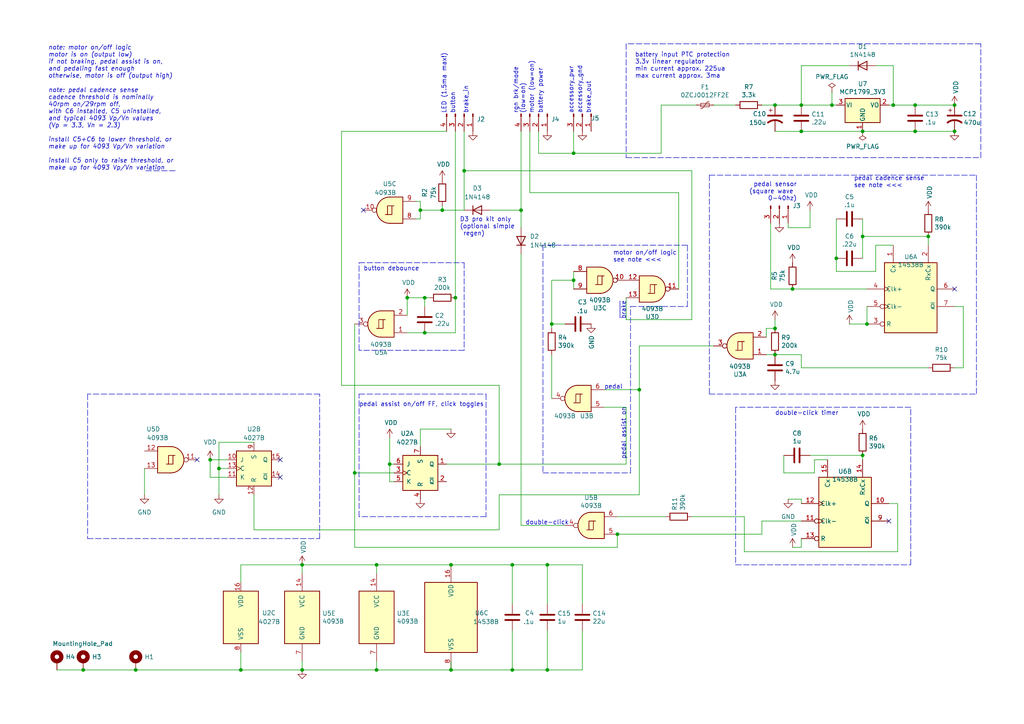
<source format=kicad_sch>
(kicad_sch (version 20211123) (generator eeschema)
  (paper "A4")
  (title_block (title "Qiroll Pedal Assist") (date "2021-07-22") (rev "2") (company "Eric Dasmalchi"))
  (lib_symbols
    (symbol "4xxx:14538"
      (property "Reference" "U" (at 0 11.43 0))
      (property "Value" "14538" (at 0 -11.43 0))
      (symbol "14538_1_0"
        (pin input line (at -5.08 15.24 270) (length 5.08) (name "Cx") (number "1"))
        (pin input line (at 5.08 15.24 270) (length 5.08) (name "RxCx") (number "2"))
        (pin input inverted (at -12.7 -7.62 0) (length 5.08) (name "R") (number "3"))
        (pin input clock (at -12.7 2.54 0) (length 5.08) (name "Clk+") (number "4"))
        (pin input inverted_clock (at -12.7 -2.54 0) (length 5.08) (name "Clk-") (number "5"))
        (pin output line (at 12.7 2.54 180) (length 5.08) (name "Q") (number "6"))
        (pin output line (at 12.7 -2.54 180) (length 5.08) (name "~{Q}") (number "7"))
      )
      (symbol "14538_2_0"
        (pin output line (at 12.7 2.54 180) (length 5.08) (name "Q") (number "10"))
        (pin input inverted_clock (at -12.7 -2.54 0) (length 5.08) (name "Clk-") (number "11"))
        (pin input clock (at -12.7 2.54 0) (length 5.08) (name "Clk+") (number "12"))
        (pin input inverted (at -12.7 -7.62 0) (length 5.08) (name "R") (number "13"))
        (pin input line (at 5.08 15.24 270) (length 5.08) (name "RxCx") (number "14"))
        (pin input line (at -5.08 15.24 270) (length 5.08) (name "Cx") (number "15"))
        (pin output line (at 12.7 -2.54 180) (length 5.08) (name "~{Q}") (number "9"))
      )
      (symbol "14538_3_0"
        (pin power_in line (at 0 15.24 270) (length 5.08) (name "VDD") (number "16"))
        (pin power_in line (at 0 -15.24 90) (length 5.08) (name "VSS") (number "8"))
      )
    )
    (symbol "4xxx:4027" (pin_names (offset 1.016))
      (property "Reference" "U" (at -7.62 8.89 0))
      (property "Value" "4027" (at -7.62 -8.89 0))
      (symbol "4027_1_1"
        (pin output line (at 7.62 2.54 180) (length 2.54) (name "Q") (number "1"))
        (pin output line (at 7.62 -2.54 180) (length 2.54) (name "~{Q}") (number "2"))
        (pin input clock (at -7.62 0 0) (length 2.54) (name "C") (number "3"))
        (pin input line (at 0 -7.62 90) (length 2.54) (name "R") (number "4"))
        (pin input line (at -7.62 -2.54 0) (length 2.54) (name "K") (number "5"))
        (pin input line (at -7.62 2.54 0) (length 2.54) (name "J") (number "6"))
        (pin input line (at 0 7.62 270) (length 2.54) (name "S") (number "7"))
      )
      (symbol "4027_2_1"
        (pin input line (at -7.62 2.54 0) (length 2.54) (name "J") (number "10"))
        (pin input line (at -7.62 -2.54 0) (length 2.54) (name "K") (number "11"))
        (pin input line (at 0 -7.62 90) (length 2.54) (name "R") (number "12"))
        (pin input clock (at -7.62 0 0) (length 2.54) (name "C") (number "13"))
        (pin output line (at 7.62 -2.54 180) (length 2.54) (name "~{Q}") (number "14"))
        (pin output line (at 7.62 2.54 180) (length 2.54) (name "Q") (number "15"))
        (pin input line (at 0 7.62 270) (length 2.54) (name "S") (number "9"))
      )
      (symbol "4027_3_0"
        (pin power_in line (at 0 10.16 270) (length 2.54) (name "VDD") (number "16"))
        (pin power_in line (at 0 -10.16 90) (length 2.54) (name "VSS") (number "8"))
      )
    )
    (symbol "4xxx:HEF4093B" (pin_names (offset 1.016))
      (property "Reference" "U" (at 0 1.27 0))
      (property "Value" "HEF4093B" (at 0 -1.27 0))
      (symbol "HEF4093B_1_1"
        (pin input line (at -7.62 2.54 0) (length 3.81) (name "~") (number "1"))
        (pin input line (at -7.62 -2.54 0) (length 3.81) (name "~") (number "2"))
        (pin output inverted (at 7.62 0 180) (length 3.81) (name "~") (number "3"))
      )
      (symbol "HEF4093B_1_2"
        (pin input inverted (at -7.62 2.54 0) (length 4.318) (name "~") (number "1"))
        (pin input inverted (at -7.62 -2.54 0) (length 4.318) (name "~") (number "2"))
        (pin output line (at 7.62 0 180) (length 3.81) (name "~") (number "3"))
      )
      (symbol "HEF4093B_2_1"
        (pin output inverted (at 7.62 0 180) (length 3.81) (name "~") (number "4"))
        (pin input line (at -7.62 2.54 0) (length 3.81) (name "~") (number "5"))
        (pin input line (at -7.62 -2.54 0) (length 3.81) (name "~") (number "6"))
      )
      (symbol "HEF4093B_2_2"
        (pin output line (at 7.62 0 180) (length 3.81) (name "~") (number "4"))
        (pin input inverted (at -7.62 2.54 0) (length 4.318) (name "~") (number "5"))
        (pin input inverted (at -7.62 -2.54 0) (length 4.318) (name "~") (number "6"))
      )
      (symbol "HEF4093B_3_1"
        (pin output inverted (at 7.62 0 180) (length 3.81) (name "~") (number "10"))
        (pin input line (at -7.62 2.54 0) (length 3.81) (name "~") (number "8"))
        (pin input line (at -7.62 -2.54 0) (length 3.81) (name "~") (number "9"))
      )
      (symbol "HEF4093B_3_2"
        (pin output line (at 7.62 0 180) (length 3.81) (name "~") (number "10"))
        (pin input inverted (at -7.62 2.54 0) (length 4.318) (name "~") (number "8"))
        (pin input inverted (at -7.62 -2.54 0) (length 4.318) (name "~") (number "9"))
      )
      (symbol "HEF4093B_4_1"
        (pin output inverted (at 7.62 0 180) (length 3.81) (name "~") (number "11"))
        (pin input line (at -7.62 2.54 0) (length 3.81) (name "~") (number "12"))
        (pin input line (at -7.62 -2.54 0) (length 3.81) (name "~") (number "13"))
      )
      (symbol "HEF4093B_4_2"
        (pin output line (at 7.62 0 180) (length 3.81) (name "~") (number "11"))
        (pin input inverted (at -7.62 2.54 0) (length 4.318) (name "~") (number "12"))
        (pin input inverted (at -7.62 -2.54 0) (length 4.318) (name "~") (number "13"))
      )
      (symbol "HEF4093B_5_0"
        (pin power_in line (at 0 12.7 270) (length 5.08) (name "VCC") (number "14"))
        (pin power_in line (at 0 -12.7 90) (length 5.08) (name "GND") (number "7"))
      )
    )
    (symbol "Connector:Conn_01x03_Male" (pin_names (offset 1.016) hide)
      (property "Reference" "J" (at 0 5.08 0))
      (property "Value" "Conn_01x03_Male" (at 0 -5.08 0))
      (symbol "Conn_01x03_Male_1_1"
        (pin passive line (at 5.08 2.54 180) (length 3.81) (name "Pin_1") (number "1"))
        (pin passive line (at 5.08 0 180) (length 3.81) (name "Pin_2") (number "2"))
        (pin passive line (at 5.08 -2.54 180) (length 3.81) (name "Pin_3") (number "3"))
      )
    )
    (symbol "Connector:Conn_01x04_Male" (pin_names (offset 1.016) hide)
      (property "Reference" "J" (at 0 5.08 0))
      (property "Value" "Conn_01x04_Male" (at 0 -7.62 0))
      (symbol "Conn_01x04_Male_1_1"
        (pin passive line (at 5.08 2.54 180) (length 3.81) (name "Pin_1") (number "1"))
        (pin passive line (at 5.08 0 180) (length 3.81) (name "Pin_2") (number "2"))
        (pin passive line (at 5.08 -2.54 180) (length 3.81) (name "Pin_3") (number "3"))
        (pin passive line (at 5.08 -5.08 180) (length 3.81) (name "Pin_4") (number "4"))
      )
    )
    (symbol "Device:C" (pin_numbers hide) (pin_names (offset 0.254))
      (property "Reference" "C" (at 0.635 2.54 0))
      (property "Value" "C" (at 0.635 -2.54 0))
      (symbol "C_1_1"
        (pin passive line (at 0 3.81 270) (length 2.794) (name "~") (number "1"))
        (pin passive line (at 0 -3.81 90) (length 2.794) (name "~") (number "2"))
      )
    )
    (symbol "Device:CP1" (pin_numbers hide) (pin_names (offset 0.254) hide)
      (property "Reference" "C" (at 0.635 2.54 0))
      (property "Value" "Device_CP1" (at 0.635 -2.54 0))
      (symbol "CP1_1_1"
        (pin passive line (at 0 3.81 270) (length 2.794) (name "~") (number "1"))
        (pin passive line (at 0 -3.81 90) (length 3.302) (name "~") (number "2"))
      )
    )
    (symbol "Device:D" (pin_numbers hide) (pin_names (offset 1.016) hide)
      (property "Reference" "D" (at 0 2.54 0))
      (property "Value" "D" (at 0 -2.54 0))
      (symbol "D_1_1"
        (pin passive line (at -3.81 0 0) (length 2.54) (name "K") (number "1"))
        (pin passive line (at 3.81 0 180) (length 2.54) (name "A") (number "2"))
      )
    )
    (symbol "Device:Polyfuse_Small" (pin_numbers hide) (pin_names (offset 0))
      (property "Reference" "F" (at -1.905 0 90))
      (property "Value" "Polyfuse_Small" (at 1.905 0 90))
      (symbol "Polyfuse_Small_1_1"
        (pin passive line (at 0 2.54 270) (length 0.635) (name "~") (number "1"))
        (pin passive line (at 0 -2.54 90) (length 0.635) (name "~") (number "2"))
      )
    )
    (symbol "Device:R" (pin_numbers hide) (pin_names (offset 0))
      (property "Reference" "R" (at 2.032 0 90))
      (property "Value" "R" (at 0 0 90))
      (symbol "R_1_1"
        (pin passive line (at 0 3.81 270) (length 1.27) (name "~") (number "1"))
        (pin passive line (at 0 -3.81 90) (length 1.27) (name "~") (number "2"))
      )
    )
    (symbol "Mechanical:MountingHole_Pad" (pin_numbers hide) (pin_names (offset 1.016) hide)
      (property "Reference" "H" (at 0 6.35 0))
      (property "Value" "MountingHole_Pad" (at 0 4.445 0))
      (symbol "MountingHole_Pad_1_1"
        (pin input line (at 0 -2.54 90) (length 2.54) (name "1") (number "1"))
      )
    )
    (symbol "Regulator_Linear:MCP1700-3302E_SOT23" (pin_names (offset 0.254))
      (property "Reference" "U" (at -3.81 3.175 0))
      (property "Value" "MCP1700-3302E_SOT23" (at 0 3.175 0))
      (symbol "MCP1700-3302E_SOT23_1_1"
        (pin power_in line (at 0 -7.62 90) (length 2.54) (name "GND") (number "1"))
        (pin power_out line (at 7.62 0 180) (length 2.54) (name "VO") (number "2"))
        (pin power_in line (at -7.62 0 0) (length 2.54) (name "VI") (number "3"))
      )
    )
    (symbol "power:GND" (power) (pin_names (offset 0))
      (property "Value" "GND" (at 0 -3.81 0))
      (symbol "GND_1_1"
        (pin power_in line (at 0 0 270) (length 0) hide (name "GND") (number "1"))
      )
    )
    (symbol "power:PWR_FLAG" (power) (pin_numbers hide) (pin_names (offset 0) hide)
      (property "Value" "PWR_FLAG" (at 0 3.81 0))
      (symbol "PWR_FLAG_0_0"
        (pin power_out line (at 0 0 90) (length 0) (name "pwr") (number "1"))
      )
    )
    (symbol "power:VDD" (power) (pin_names (offset 0))
      (property "Value" "VDD" (at 0 3.81 0))
      (symbol "VDD_1_1"
        (pin power_in line (at 0 0 90) (length 0) hide (name "VDD") (number "1"))
      )
    )
  )
  (junction (at 229.87 83.82))
  (junction (at 265.43 38.1))
  (junction (at 132.08 86.36))
  (junction (at 24.13 194.31))
  (junction (at 179.07 154.94))
  (junction (at 166.37 44.45))
  (junction (at 185.42 113.03))
  (junction (at 232.41 30.48))
  (junction (at 113.03 134.62))
  (junction (at 148.59 194.31))
  (junction (at 121.92 60.96))
  (junction (at 166.37 81.28))
  (junction (at 123.19 96.52))
  (junction (at 224.79 30.48))
  (junction (at 250.19 132.08))
  (junction (at 69.85 194.31))
  (junction (at 144.78 134.62))
  (junction (at 158.75 194.31))
  (junction (at 109.22 194.31))
  (junction (at 224.79 102.87))
  (junction (at 259.08 30.48))
  (junction (at 63.5 135.89))
  (junction (at 250.19 38.1))
  (junction (at 276.86 38.1))
  (junction (at 130.81 163.83))
  (junction (at 224.79 95.25))
  (junction (at 242.57 74.93))
  (junction (at 128.27 60.96))
  (junction (at 265.43 30.48))
  (junction (at 123.19 86.36))
  (junction (at 130.81 194.31))
  (junction (at 134.62 49.53))
  (junction (at 232.41 38.1))
  (junction (at 276.86 30.48))
  (junction (at 87.63 194.31))
  (junction (at 118.11 86.36))
  (junction (at 102.87 137.16))
  (junction (at 158.75 163.83))
  (junction (at 148.59 163.83))
  (junction (at 151.13 60.96))
  (junction (at 39.37 194.31))
  (junction (at 109.22 163.83))
  (junction (at 241.3 30.48))
  (junction (at 250.19 68.58))
  (junction (at 269.24 68.58))
  (junction (at 160.02 93.98))
  (junction (at 251.46 93.98))
  (junction (at 87.63 163.83))
  (junction (at 60.96 133.35))
  (no_connect (at 105.41 60.96))
  (no_connect (at 81.28 133.35))
  (no_connect (at 81.28 138.43))
  (no_connect (at 57.15 133.35))
  (no_connect (at 276.86 83.82))
  (no_connect (at 257.81 151.13))
  (wire (pts (xy 168.91 182.88) (xy 168.91 194.31)))
  (wire (pts (xy 151.13 73.66) (xy 151.13 152.4)))
  (wire (pts (xy 63.5 135.89) (xy 63.5 128.27)))
  (wire (pts (xy 166.37 83.82) (xy 166.37 81.28)))
  (wire (pts (xy 69.85 163.83) (xy 87.63 163.83)))
  (wire (pts (xy 251.46 88.9) (xy 251.46 93.98)))
  (wire (pts (xy 63.5 135.89) (xy 66.04 135.89)))
  (polyline (pts (xy 205.74 50.8) (xy 283.21 50.8)))
  (wire (pts (xy 102.87 93.98) (xy 102.87 137.16)))
  (polyline (pts (xy 25.4 114.3) (xy 25.4 156.21)))
  (wire (pts (xy 160.02 93.98) (xy 163.83 93.98)))
  (polyline (pts (xy 134.62 101.6) (xy 104.14 101.6)))
  (wire (pts (xy 257.81 146.05) (xy 260.35 146.05)))
  (wire (pts (xy 134.62 38.1) (xy 134.62 49.53)))
  (wire (pts (xy 207.01 100.33) (xy 185.42 100.33)))
  (polyline (pts (xy 92.71 114.3) (xy 25.4 114.3)))
  (wire (pts (xy 236.22 137.16) (xy 236.22 133.35)))
  (wire (pts (xy 114.3 139.7) (xy 113.03 139.7)))
  (wire (pts (xy 232.41 146.05) (xy 232.41 144.78)))
  (wire (pts (xy 168.91 175.26) (xy 168.91 163.83)))
  (wire (pts (xy 128.27 60.96) (xy 121.92 60.96)))
  (wire (pts (xy 134.62 49.53) (xy 134.62 60.96)))
  (wire (pts (xy 153.67 55.88) (xy 196.85 55.88)))
  (wire (pts (xy 120.65 58.42) (xy 121.92 58.42)))
  (polyline (pts (xy 199.39 71.12) (xy 157.48 71.12)))
  (wire (pts (xy 232.41 144.78) (xy 228.6 144.78)))
  (wire (pts (xy 224.79 30.48) (xy 220.98 30.48)))
  (wire (pts (xy 142.24 60.96) (xy 151.13 60.96)))
  (wire (pts (xy 181.61 118.11) (xy 181.61 134.62)))
  (polyline (pts (xy 104.14 101.6) (xy 104.14 76.2)))
  (wire (pts (xy 99.06 38.1) (xy 129.54 38.1)))
  (wire (pts (xy 250.19 68.58) (xy 250.19 74.93)))
  (wire (pts (xy 279.4 88.9) (xy 279.4 106.68)))
  (polyline (pts (xy 205.74 50.8) (xy 205.74 114.3)))
  (wire (pts (xy 69.85 189.23) (xy 69.85 194.31)))
  (wire (pts (xy 250.19 132.08) (xy 234.95 132.08)))
  (wire (pts (xy 130.81 163.83) (xy 148.59 163.83)))
  (wire (pts (xy 215.9 160.02) (xy 260.35 160.02)))
  (wire (pts (xy 41.91 135.89) (xy 41.91 143.51)))
  (wire (pts (xy 109.22 194.31) (xy 130.81 194.31)))
  (wire (pts (xy 279.4 88.9) (xy 276.86 88.9)))
  (wire (pts (xy 144.78 143.51) (xy 144.78 153.67)))
  (wire (pts (xy 121.92 124.46) (xy 130.81 124.46)))
  (wire (pts (xy 148.59 163.83) (xy 148.59 175.26)))
  (wire (pts (xy 87.63 163.83) (xy 109.22 163.83)))
  (wire (pts (xy 124.46 86.36) (xy 123.19 86.36)))
  (wire (pts (xy 69.85 163.83) (xy 69.85 168.91)))
  (wire (pts (xy 151.13 60.96) (xy 151.13 66.04)))
  (polyline (pts (xy 284.48 12.7) (xy 181.61 12.7)))
  (wire (pts (xy 129.54 134.62) (xy 144.78 134.62)))
  (polyline (pts (xy 157.48 71.12) (xy 157.48 137.16)))
  (wire (pts (xy 185.42 113.03) (xy 175.26 113.03)))
  (wire (pts (xy 220.98 151.13) (xy 232.41 151.13)))
  (wire (pts (xy 191.77 44.45) (xy 191.77 30.48)))
  (wire (pts (xy 250.19 63.5) (xy 250.19 68.58)))
  (wire (pts (xy 87.63 194.31) (xy 109.22 194.31)))
  (wire (pts (xy 130.81 191.77) (xy 130.81 194.31)))
  (wire (pts (xy 168.91 163.83) (xy 158.75 163.83)))
  (wire (pts (xy 254 19.05) (xy 259.08 19.05)))
  (wire (pts (xy 109.22 163.83) (xy 130.81 163.83)))
  (wire (pts (xy 24.13 194.31) (xy 16.51 194.31)))
  (wire (pts (xy 160.02 93.98) (xy 160.02 95.25)))
  (wire (pts (xy 265.43 30.48) (xy 276.86 30.48)))
  (polyline (pts (xy 213.36 118.11) (xy 213.36 163.83)))
  (wire (pts (xy 151.13 152.4) (xy 163.83 152.4)))
  (wire (pts (xy 250.19 132.08) (xy 250.19 133.35)))
  (wire (pts (xy 134.62 49.53) (xy 200.66 49.53)))
  (wire (pts (xy 191.77 30.48) (xy 201.93 30.48)))
  (wire (pts (xy 232.41 30.48) (xy 224.79 30.48)))
  (wire (pts (xy 121.92 129.54) (xy 121.92 124.46)))
  (polyline (pts (xy 140.97 149.86) (xy 104.14 149.86)))
  (wire (pts (xy 166.37 38.1) (xy 166.37 44.45)))
  (wire (pts (xy 109.22 163.83) (xy 109.22 166.37)))
  (wire (pts (xy 123.19 96.52) (xy 132.08 96.52)))
  (wire (pts (xy 257.81 30.48) (xy 259.08 30.48)))
  (wire (pts (xy 73.66 153.67) (xy 73.66 143.51)))
  (wire (pts (xy 227.33 132.08) (xy 227.33 137.16)))
  (wire (pts (xy 215.9 149.86) (xy 215.9 160.02)))
  (polyline (pts (xy 104.14 76.2) (xy 134.62 76.2)))
  (wire (pts (xy 224.79 38.1) (xy 232.41 38.1)))
  (wire (pts (xy 63.5 135.89) (xy 63.5 143.51)))
  (polyline (pts (xy 264.16 163.83) (xy 264.16 118.11)))
  (wire (pts (xy 121.92 58.42) (xy 121.92 60.96)))
  (wire (pts (xy 39.37 194.31) (xy 69.85 194.31)))
  (wire (pts (xy 121.92 60.96) (xy 121.92 63.5)))
  (wire (pts (xy 254 71.12) (xy 259.08 71.12)))
  (wire (pts (xy 158.75 163.83) (xy 148.59 163.83)))
  (wire (pts (xy 160.02 102.87) (xy 160.02 115.57)))
  (wire (pts (xy 185.42 143.51) (xy 144.78 143.51)))
  (wire (pts (xy 63.5 128.27) (xy 73.66 128.27)))
  (polyline (pts (xy 199.39 88.9) (xy 199.39 71.12)))
  (wire (pts (xy 185.42 113.03) (xy 185.42 143.51)))
  (wire (pts (xy 123.19 86.36) (xy 118.11 86.36)))
  (wire (pts (xy 99.06 111.76) (xy 144.78 111.76)))
  (wire (pts (xy 151.13 38.1) (xy 151.13 60.96)))
  (wire (pts (xy 250.19 38.1) (xy 265.43 38.1)))
  (wire (pts (xy 232.41 156.21) (xy 232.41 158.75)))
  (wire (pts (xy 113.03 134.62) (xy 114.3 134.62)))
  (wire (pts (xy 181.61 92.71) (xy 200.66 92.71)))
  (wire (pts (xy 242.57 63.5) (xy 242.57 74.93)))
  (wire (pts (xy 234.95 60.96) (xy 234.95 66.04)))
  (polyline (pts (xy 205.74 114.3) (xy 283.21 114.3)))
  (wire (pts (xy 260.35 146.05) (xy 260.35 160.02)))
  (wire (pts (xy 166.37 44.45) (xy 191.77 44.45)))
  (wire (pts (xy 144.78 134.62) (xy 181.61 134.62)))
  (wire (pts (xy 132.08 38.1) (xy 132.08 86.36)))
  (wire (pts (xy 279.4 106.68) (xy 276.86 106.68)))
  (wire (pts (xy 102.87 137.16) (xy 114.3 137.16)))
  (wire (pts (xy 158.75 194.31) (xy 168.91 194.31)))
  (wire (pts (xy 200.66 149.86) (xy 215.9 149.86)))
  (wire (pts (xy 196.85 55.88) (xy 196.85 83.82)))
  (wire (pts (xy 102.87 137.16) (xy 102.87 158.75)))
  (wire (pts (xy 60.96 138.43) (xy 66.04 138.43)))
  (wire (pts (xy 160.02 93.98) (xy 160.02 81.28)))
  (wire (pts (xy 87.63 194.31) (xy 87.63 191.77)))
  (polyline (pts (xy 92.71 156.21) (xy 92.71 114.3)))
  (polyline (pts (xy 104.14 114.3) (xy 140.97 114.3)))
  (wire (pts (xy 148.59 182.88) (xy 148.59 194.31)))
  (wire (pts (xy 99.06 111.76) (xy 99.06 38.1)))
  (wire (pts (xy 156.21 44.45) (xy 156.21 38.1)))
  (wire (pts (xy 128.27 59.69) (xy 128.27 60.96)))
  (wire (pts (xy 241.3 30.48) (xy 242.57 30.48)))
  (wire (pts (xy 223.52 83.82) (xy 229.87 83.82)))
  (wire (pts (xy 220.98 154.94) (xy 220.98 151.13)))
  (wire (pts (xy 223.52 64.77) (xy 223.52 83.82)))
  (wire (pts (xy 130.81 194.31) (xy 148.59 194.31)))
  (wire (pts (xy 113.03 139.7) (xy 113.03 134.62)))
  (wire (pts (xy 123.19 88.9) (xy 123.19 86.36)))
  (wire (pts (xy 251.46 93.98) (xy 246.38 93.98)))
  (wire (pts (xy 69.85 194.31) (xy 87.63 194.31)))
  (wire (pts (xy 181.61 86.36) (xy 181.61 92.71)))
  (wire (pts (xy 224.79 102.87) (xy 232.41 102.87)))
  (wire (pts (xy 179.07 154.94) (xy 220.98 154.94)))
  (polyline (pts (xy 264.16 118.11) (xy 213.36 118.11)))
  (wire (pts (xy 242.57 74.93) (xy 242.57 78.74)))
  (wire (pts (xy 242.57 78.74) (xy 254 78.74)))
  (wire (pts (xy 259.08 30.48) (xy 265.43 30.48)))
  (wire (pts (xy 232.41 102.87) (xy 232.41 106.68)))
  (wire (pts (xy 259.08 19.05) (xy 259.08 30.48)))
  (wire (pts (xy 222.25 95.25) (xy 224.79 95.25)))
  (wire (pts (xy 118.11 86.36) (xy 118.11 91.44)))
  (wire (pts (xy 121.92 63.5) (xy 120.65 63.5)))
  (polyline (pts (xy 157.48 137.16) (xy 182.88 137.16)))
  (polyline (pts (xy 134.62 76.2) (xy 134.62 101.6)))
  (wire (pts (xy 102.87 158.75) (xy 179.07 158.75)))
  (wire (pts (xy 250.19 68.58) (xy 269.24 68.58)))
  (wire (pts (xy 158.75 182.88) (xy 158.75 194.31)))
  (wire (pts (xy 87.63 163.83) (xy 87.63 166.37)))
  (wire (pts (xy 144.78 111.76) (xy 144.78 134.62)))
  (polyline (pts (xy 181.61 45.72) (xy 284.48 45.72)))
  (wire (pts (xy 207.01 30.48) (xy 213.36 30.48)))
  (polyline (pts (xy 283.21 50.8) (xy 283.21 114.3)))
  (wire (pts (xy 229.87 83.82) (xy 251.46 83.82)))
  (wire (pts (xy 232.41 30.48) (xy 241.3 30.48)))
  (wire (pts (xy 269.24 68.58) (xy 269.24 71.12)))
  (wire (pts (xy 118.11 96.52) (xy 123.19 96.52)))
  (wire (pts (xy 222.25 97.79) (xy 222.25 95.25)))
  (wire (pts (xy 236.22 137.16) (xy 227.33 137.16)))
  (wire (pts (xy 60.96 133.35) (xy 66.04 133.35)))
  (polyline (pts (xy 284.48 45.72) (xy 284.48 12.7)))
  (polyline (pts (xy 213.36 163.83) (xy 264.16 163.83)))
  (wire (pts (xy 153.67 38.1) (xy 153.67 55.88)))
  (wire (pts (xy 179.07 149.86) (xy 193.04 149.86)))
  (wire (pts (xy 236.22 133.35) (xy 240.03 133.35)))
  (wire (pts (xy 181.61 118.11) (xy 175.26 118.11)))
  (polyline (pts (xy 25.4 156.21) (xy 92.71 156.21)))
  (wire (pts (xy 200.66 92.71) (xy 200.66 49.53)))
  (wire (pts (xy 224.79 102.87) (xy 222.25 102.87)))
  (polyline (pts (xy 181.61 12.7) (xy 181.61 45.72)))
  (wire (pts (xy 232.41 106.68) (xy 269.24 106.68)))
  (polyline (pts (xy 50.8 49.53) (xy 41.91 49.53)))
  (wire (pts (xy 160.02 81.28) (xy 166.37 81.28)))
  (wire (pts (xy 232.41 38.1) (xy 250.19 38.1)))
  (wire (pts (xy 148.59 194.31) (xy 158.75 194.31)))
  (polyline (pts (xy 104.14 149.86) (xy 104.14 114.3)))
  (wire (pts (xy 232.41 158.75) (xy 229.87 158.75)))
  (wire (pts (xy 234.95 66.04) (xy 228.6 66.04)))
  (wire (pts (xy 185.42 100.33) (xy 185.42 113.03)))
  (wire (pts (xy 156.21 44.45) (xy 166.37 44.45)))
  (wire (pts (xy 109.22 194.31) (xy 109.22 191.77)))
  (wire (pts (xy 241.3 26.67) (xy 241.3 30.48)))
  (wire (pts (xy 232.41 19.05) (xy 232.41 30.48)))
  (wire (pts (xy 265.43 38.1) (xy 276.86 38.1)))
  (wire (pts (xy 132.08 86.36) (xy 132.08 96.52)))
  (wire (pts (xy 232.41 19.05) (xy 246.38 19.05)))
  (polyline (pts (xy 182.88 88.9) (xy 199.39 88.9)))
  (wire (pts (xy 134.62 60.96) (xy 128.27 60.96)))
  (wire (pts (xy 179.07 158.75) (xy 179.07 154.94)))
  (wire (pts (xy 224.79 95.25) (xy 224.79 92.71)))
  (polyline (pts (xy 182.88 137.16) (xy 182.88 88.9)))
  (wire (pts (xy 228.6 66.04) (xy 228.6 64.77)))
  (wire (pts (xy 24.13 194.31) (xy 39.37 194.31)))
  (wire (pts (xy 158.75 163.83) (xy 158.75 175.26)))
  (wire (pts (xy 144.78 153.67) (xy 73.66 153.67)))
  (wire (pts (xy 254 78.74) (xy 254 71.12)))
  (polyline (pts (xy 140.97 114.3) (xy 140.97 149.86)))
  (wire (pts (xy 113.03 127) (xy 113.03 134.62)))
  (wire (pts (xy 166.37 81.28) (xy 166.37 78.74)))
  (wire (pts (xy 60.96 133.35) (xy 60.96 138.43)))
  (text "motor on/off logic\nsee note <<<" (at 177.8 76.2 0) (effects (font (size 1.27 1.27)) (justify left bottom)))
  (text "note: motor on/off logic\nmotor is on (output low)\nif not braking, pedal assist is on,\nand pedaling fast enough\notherwise, motor is off (output high)" (at 13.97 22.86 0) (effects (font (size 1.27 1.27) italic) (justify left bottom)))
  (text "pedal sensor\n(square wave \n0-40hz)" (at 231.14 58.42 180) (effects (font (size 1.27 1.27)) (justify right bottom)))
  (text "rgn brk/mode\n(low=on)" (at 152.4 33.02 90) (effects (font (size 1.27 1.27)) (justify left bottom)))
  (text "double-click" (at 152.4 152.4 0) (effects (font (size 1.27 1.27)) (justify left bottom)))
  (text "pedal cadence sense\nsee note <<<" (at 247.65 54.61 0) (effects (font (size 1.27 1.27)) (justify left bottom)))
  (text "accessory_gnd" (at 168.91 33.02 90) (effects (font (size 1.27 1.27)) (justify left bottom)))
  (text "button" (at 132.08 33.02 90) (effects (font (size 1.27 1.27)) (justify left bottom)))
  (text "pedal" (at 175.26 113.03 0) (effects (font (size 1.27 1.27)) (justify left bottom)))
  (text "button debounce" (at 105.41 78.74 0) (effects (font (size 1.27 1.27)) (justify left bottom)))
  (text "motor (low=on)" (at 154.94 33.02 90) (effects (font (size 1.27 1.27)) (justify left bottom)))
  (text "D3 pro kit only\n(optional simple\n regen)" (at 133.35 68.58 0) (effects (font (size 1.27 1.27)) (justify left bottom)))
  (text "brake_in" (at 135.89 33.02 90) (effects (font (size 1.27 1.27)) (justify left bottom)))
  (text "pedal assist on/off FF, click toggles" (at 104.14 118.11 0) (effects (font (size 1.27 1.27)) (justify left bottom)))
  (text "LED (1.5ma max!)" (at 129.54 33.02 90) (effects (font (size 1.27 1.27)) (justify left bottom)))
  (text "battery power" (at 157.48 33.02 90) (effects (font (size 1.27 1.27)) (justify left bottom)))
  (text "double-click timer\n" (at 224.79 120.65 0) (effects (font (size 1.27 1.27)) (justify left bottom)))
  (text "~{brake}" (at 181.61 92.71 90) (effects (font (size 1.27 1.27)) (justify left bottom)))
  (text "brake_out" (at 171.45 33.02 90) (effects (font (size 1.27 1.27)) (justify left bottom)))
  (text "note: pedal cadence sense\ncadence threshold is nominally\n40rpm on/29rpm off, \nwith C6 installed, C5 uninstalled,\nand typical 4093 Vp/Vn values\n(Vp = 3.3, Vn = 2.3)\n\ninstall C5+C6 to lower threshold, or\nmake up for 4093 Vp/Vn variation\n\ninstall C5 only to raise threshold, or\nmake up for 4093 Vp/Vn variation\n" (at 13.97 49.53 0) (effects (font (size 1.27 1.27) italic) (justify left bottom)))
  (text "pedal assist on" (at 181.61 133.35 90) (effects (font (size 1.27 1.27)) (justify left bottom)))
  (text "battery input PTC protection\n3.3v linear regulator\nmin current approx. 225ua\nmax current approx. 3ma" (at 184.15 22.86 0) (effects (font (size 1.27 1.27)) (justify left bottom)))
  (text "accessory_pwr" (at 166.37 33.02 90) (effects (font (size 1.27 1.27)) (justify left bottom)))
  (symbol (lib_id "4xxx:14538") (at 264.16 86.36 0) (unit 1)
    (property "Reference" "U6" (at 264.16 74.4982 0))
    (property "Value" "14538B" (at 264.16 76.8096 0))
    (property "Footprint" "Package_DIP:DIP-16_W7.62mm" (effects hide))
    (property "Datasheet" "https://www.ti.com/lit/ds/symlink/cd14538b.pdf?ts=1624847316445&ref_url=https%253A%252F%252Fwww.google.com%252F" (effects hide))
  )
  (symbol (lib_id "4xxx:14538") (at 245.11 148.59 0) (unit 2)
    (property "Reference" "U6" (at 245.11 136.7282 0))
    (property "Value" "14538B" (at 245.11 139.0396 0))
    (property "Footprint" "Package_DIP:DIP-16_W7.62mm" (effects hide))
    (property "Datasheet" "https://www.ti.com/lit/ds/symlink/cd14538b.pdf?ts=1624847316445&ref_url=https%253A%252F%252Fwww.google.com%252F" (effects hide))
  )
  (symbol (lib_id "4xxx:4027") (at 121.92 137.16 0) (unit 1)
    (property "Reference" "U2" (at 118.11 125.73 0))
    (property "Value" "4027B" (at 118.11 128.27 0))
    (property "Footprint" "Package_DIP:DIP-16_W7.62mm" (effects hide))
    (property "Datasheet" "https://www.ti.com/lit/ds/symlink/cd4027b-mil.pdf?ts=1624846134731&ref_url=https%253A%252F%252Fwww.google.com%252F" (effects hide))
  )
  (symbol (lib_id "4xxx:14538") (at 130.81 179.07 0) (unit 3)
    (property "Reference" "U6" (at 139.7 177.8 0))
    (property "Value" "14538B" (at 140.97 180.34 0))
    (property "Footprint" "Package_DIP:DIP-16_W7.62mm" (effects hide))
    (property "Datasheet" "https://www.ti.com/lit/ds/symlink/cd14538b.pdf?ts=1624847316445&ref_url=https%253A%252F%252Fwww.google.com%252F" (effects hide))
  )
  (symbol (lib_id "4xxx:4027") (at 73.66 135.89 0) (unit 2)
    (property "Reference" "U2" (at 73.66 124.46 0))
    (property "Value" "4027B" (at 73.66 127 0))
    (property "Footprint" "Package_DIP:DIP-16_W7.62mm" (effects hide))
    (property "Datasheet" "https://www.ti.com/lit/ds/symlink/cd4027b-mil.pdf?ts=1624846134731&ref_url=https%253A%252F%252Fwww.google.com%252F" (effects hide))
  )
  (symbol (lib_id "power:GND") (at 158.75 38.1 0) (unit 1)
    (property "Reference" "#PWR024" (effects hide))
    (property "Value" "GND" (effects hide))
  )
  (symbol (lib_id "Device:C") (at 246.38 63.5 270) (unit 1)
    (property "Reference" "C5" (at 246.38 57.0992 90))
    (property "Value" ".1u" (at 246.38 59.4106 90))
    (property "Footprint" "Capacitor_THT:C_Rect_L4.6mm_W3.0mm_P2.50mm_MKS02_FKP02" (effects hide))
  )
  (symbol (lib_id "Device:C") (at 231.14 132.08 270) (unit 1)
    (property "Reference" "C8" (at 231.14 125.6792 90))
    (property "Value" "1u" (at 231.14 127.9906 90))
    (property "Footprint" "Capacitor_THT:C_Rect_L4.6mm_W3.0mm_P2.50mm_MKS02_FKP02" (effects hide))
  )
  (symbol (lib_id "Device:R") (at 269.24 64.77 0) (unit 1)
    (property "Reference" "R8" (at 271.018 63.6016 0) (effects (justify left)))
    (property "Value" "390k" (at 271.018 65.913 0) (effects (justify left)))
    (property "Footprint" "Resistor_THT:R_Axial_DIN0207_L6.3mm_D2.5mm_P2.54mm_Vertical" (effects hide))
    (property "Datasheet" "https://www.digikey.com/en/products/detail/panasonic-electronic-components/ERJ-3GEYJ394V/135903" (effects hide))
  )
  (symbol (lib_id "Device:R") (at 250.19 128.27 0) (unit 1)
    (property "Reference" "R6" (at 251.968 127.1016 0) (effects (justify left)))
    (property "Value" "390k" (at 251.968 129.413 0) (effects (justify left)))
    (property "Footprint" "Resistor_THT:R_Axial_DIN0207_L6.3mm_D2.5mm_P2.54mm_Vertical" (effects hide))
    (property "Datasheet" "https://www.digikey.com/en/products/detail/panasonic-electronic-components/ERJ-3GEYJ394V/135903" (effects hide))
  )
  (symbol (lib_id "4xxx:4027") (at 69.85 179.07 0) (unit 3)
    (property "Reference" "U2" (at 80.01 177.8 0) (effects (justify right)))
    (property "Value" "4027B" (at 81.28 180.34 0) (effects (justify right)))
    (property "Footprint" "Package_DIP:DIP-16_W7.62mm" (effects hide))
    (property "Datasheet" "https://www.ti.com/lit/ds/symlink/cd4027b-mil.pdf?ts=1624846134731&ref_url=https%253A%252F%252Fwww.google.com%252F" (effects hide))
  )
  (symbol (lib_id "power:GND") (at 137.16 38.1 0) (unit 1)
    (property "Reference" "#PWR019" (effects hide))
    (property "Value" "GND" (effects hide))
  )
  (symbol (lib_id "power:GND") (at 226.06 64.77 0) (unit 1)
    (property "Reference" "#PWR028" (effects hide))
    (property "Value" "GND" (effects hide))
  )
  (symbol (lib_id "Device:R") (at 229.87 80.01 0) (unit 1)
    (property "Reference" "R5" (at 224.6122 80.01 90))
    (property "Value" "75k" (at 226.9236 80.01 90))
    (property "Footprint" "Resistor_THT:R_Axial_DIN0207_L6.3mm_D2.5mm_P2.54mm_Vertical" (effects hide))
    (property "Datasheet" "https://www.digikey.com/en/products/detail/panasonic-electronic-components/ERJ-3GEYJ753V/105103" (effects hide))
  )
  (symbol (lib_id "power:VDD") (at 113.03 127 0) (unit 1)
    (property "Reference" "#PWR012" (effects hide))
    (property "Value" "VDD" (at 113.411 122.6058 0))
  )
  (symbol (lib_id "power:GND") (at 121.92 144.78 0) (unit 1)
    (property "Reference" "#PWR018" (effects hide))
    (property "Value" "GND" (effects hide))
  )
  (symbol (lib_id "power:GND") (at 130.81 124.46 0) (unit 1)
    (property "Reference" "#PWR017" (effects hide))
    (property "Value" "GND" (effects hide))
  )
  (symbol (lib_id "power:VDD") (at 246.38 93.98 0) (unit 1)
    (property "Reference" "#PWR037" (effects hide))
    (property "Value" "VDD" (at 246.761 90.7542 90) (effects (justify left)))
  )
  (symbol (lib_id "power:VDD") (at 234.95 60.96 0) (unit 1)
    (property "Reference" "#PWR029" (effects hide))
    (property "Value" "VDD" (at 235.331 56.5658 0))
  )
  (symbol (lib_id "power:VDD") (at 269.24 60.96 0) (unit 1)
    (property "Reference" "#PWR036" (effects hide))
    (property "Value" "VDD" (at 269.621 57.7088 90) (effects (justify left)))
  )
  (symbol (lib_id "power:VDD") (at 250.19 124.46 0) (unit 1)
    (property "Reference" "#PWR033" (effects hide))
    (property "Value" "VDD" (at 250.571 120.0658 0))
  )
  (symbol (lib_id "power:VDD") (at 229.87 158.75 0) (unit 1)
    (property "Reference" "#PWR035" (effects hide))
    (property "Value" "VDD" (at 230.251 155.5242 90) (effects (justify left)))
  )
  (symbol (lib_id "power:GND") (at 87.63 194.31 0) (unit 1)
    (property "Reference" "#PWR021" (effects hide))
    (property "Value" "GND" (effects hide))
  )
  (symbol (lib_id "Device:C") (at 148.59 179.07 180) (unit 1)
    (property "Reference" "C4" (at 154.94 177.8 0) (effects (justify left)))
    (property "Value" ".1u" (at 154.94 180.34 0) (effects (justify left)))
    (property "Footprint" "Capacitor_THT:C_Rect_L4.6mm_W3.0mm_P2.50mm_MKS02_FKP02" (effects hide))
  )
  (symbol (lib_id "power:VDD") (at 276.86 30.48 0) (unit 1)
    (property "Reference" "#PWR048" (effects hide))
    (property "Value" "VDD" (at 277.241 27.2288 90) (effects (justify left)))
  )
  (symbol (lib_id "Device:C") (at 265.43 34.29 0) (unit 1)
    (property "Reference" "C13" (at 268.351 33.1216 0) (effects (justify left)))
    (property "Value" ".1u" (at 268.351 35.433 0) (effects (justify left)))
    (property "Footprint" "Capacitor_THT:C_Rect_L4.6mm_W3.0mm_P2.50mm_MKS02_FKP02" (effects hide))
  )
  (symbol (lib_id "Device:C") (at 232.41 34.29 0) (unit 1)
    (property "Reference" "C11" (at 235.331 33.1216 0) (effects (justify left)))
    (property "Value" ".22u" (at 235.331 35.433 0) (effects (justify left)))
    (property "Footprint" "Capacitor_THT:C_Rect_L4.6mm_W3.0mm_P2.50mm_MKS02_FKP02" (effects hide))
  )
  (symbol (lib_id "power:GND") (at 276.86 38.1 0) (unit 1)
    (property "Reference" "#PWR044" (effects hide))
    (property "Value" "GND" (effects hide))
  )
  (symbol (lib_id "Device:CP1") (at 224.79 34.29 0) (unit 1)
    (property "Reference" "C10" (at 222.25 33.02 0) (effects (justify right)))
    (property "Value" "150u" (at 222.25 35.56 0) (effects (justify right)))
    (property "Footprint" "Resistor_THT:R_Axial_DIN0204_L3.6mm_D1.6mm_P5.08mm_Vertical" (effects hide))
  )
  (symbol (lib_id "Device:CP1") (at 276.86 34.29 0) (unit 1)
    (property "Reference" "C12" (at 283.21 33.02 0) (effects (justify right)))
    (property "Value" "470u" (at 284.48 35.56 0) (effects (justify right)))
    (property "Footprint" "Capacitor_THT:CP_Radial_D6.3mm_P2.50mm" (effects hide))
    (property "Datasheet" "https://www.digikey.com/en/products/detail/nichicon/UFW0J471MED/1964083" (effects hide))
  )
  (symbol (lib_id "Connector:Conn_01x04_Male") (at 134.62 33.02 270) (unit 1)
    (property "Reference" "J2" (at 138.2776 34.5948 90) (effects (justify left)))
    (property "Value" "led_sw1" (effects hide))
    (property "Footprint" "Connector_PinHeader_2.54mm:PinHeader_1x04_P2.54mm_Vertical" (effects hide))
    (property "Datasheet" "~https://www.digikey.com/en/products/detail/molex/0022053041/26693" (effects hide))
  )
  (symbol (lib_id "Connector:Conn_01x04_Male") (at 156.21 33.02 270) (unit 1)
    (property "Reference" "J4" (at 159.8676 34.5948 90) (effects (justify left)))
    (property "Value" "mode_thr_batt" (effects hide))
    (property "Footprint" "Connector_PinHeader_2.54mm:PinHeader_1x04_P2.54mm_Vertical" (effects hide))
    (property "Datasheet" "https://www.digikey.com/en/products/detail/molex/0022053041/26693~" (effects hide))
  )
  (symbol (lib_id "Connector:Conn_01x03_Male") (at 226.06 59.69 270) (unit 1)
    (property "Reference" "J3" (at 229.87 59.69 90) (effects (justify left)))
    (property "Value" "accessory" (effects hide))
    (property "Footprint" "Connector_PinHeader_2.54mm:PinHeader_1x03_P2.54mm_Vertical" (effects hide))
    (property "Datasheet" "https://www.digikey.com/en/products/detail/molex/0022053031/26691~" (effects hide))
  )
  (symbol (lib_id "power:PWR_FLAG") (at 241.3 26.67 0) (unit 1)
    (property "Reference" "#FLG01" (effects hide))
    (property "Value" "PWR_FLAG" (at 241.3 22.2758 0))
  )
  (symbol (lib_id "power:PWR_FLAG") (at 250.19 38.1 180) (unit 1)
    (property "Reference" "#FLG02" (effects hide))
    (property "Value" "PWR_FLAG" (at 250.19 42.4942 0))
  )
  (symbol (lib_id "Device:R") (at 160.02 99.06 0) (unit 1)
    (property "Reference" "R4" (at 161.798 97.8916 0) (effects (justify left)))
    (property "Value" "390k" (at 161.798 100.203 0) (effects (justify left)))
    (property "Footprint" "Resistor_THT:R_Axial_DIN0207_L6.3mm_D2.5mm_P2.54mm_Vertical" (effects hide))
    (property "Datasheet" "https://www.digikey.com/en/products/detail/panasonic-electronic-components/ERJ-3GEYJ394V/135903" (effects hide))
  )
  (symbol (lib_id "Device:C") (at 167.64 93.98 270) (unit 1)
    (property "Reference" "C3" (at 168.91 87.63 90))
    (property "Value" ".1u" (at 168.91 90.17 90))
    (property "Footprint" "Capacitor_THT:C_Rect_L4.6mm_W3.0mm_P2.50mm_MKS02_FKP02" (effects hide))
  )
  (symbol (lib_id "power:GND") (at 171.45 93.98 0) (unit 1)
    (property "Reference" "#PWR025" (effects hide))
    (property "Value" "GND" (at 171.577 97.2312 90) (effects (justify right)))
  )
  (symbol (lib_id "Device:Polyfuse_Small") (at 204.47 30.48 270) (unit 1)
    (property "Reference" "F1" (at 204.47 25.273 90))
    (property "Value" "0ZCJ0012FF2E" (at 204.47 27.5844 90))
    (property "Footprint" "Resistor_THT:R_Axial_DIN0309_L9.0mm_D3.2mm_P5.08mm_Vertical" (effects hide))
    (property "Datasheet" "https://www.digikey.com/en/products/detail/bourns-inc/MF-R005-0/1232764" (effects hide))
  )
  (symbol (lib_id "Device:R") (at 128.27 55.88 0) (unit 1)
    (property "Reference" "R2" (at 123.19 55.88 90))
    (property "Value" "75k" (at 125.73 55.88 90))
    (property "Footprint" "Resistor_THT:R_Axial_DIN0207_L6.3mm_D2.5mm_P7.62mm_Horizontal" (effects hide))
    (property "Datasheet" "https://www.digikey.com/en/products/detail/panasonic-electronic-components/ERJ-3GEYJ753V/105103" (effects hide))
  )
  (symbol (lib_id "Device:D") (at 250.19 19.05 0) (unit 1)
    (property "Reference" "D1" (at 250.19 13.5382 0))
    (property "Value" "1N4148" (at 250.19 15.8496 0))
    (property "Footprint" "Diode_THT:D_DO-35_SOD27_P3.81mm_Vertical_AnodeUp" (effects hide))
  )
  (symbol (lib_id "power:VDD") (at 128.27 52.07 0) (unit 1)
    (property "Reference" "#PWR04" (effects hide))
    (property "Value" "VDD" (at 128.651 47.6758 0))
  )
  (symbol (lib_id "Regulator_Linear:MCP1700-3302E_SOT23") (at 250.19 30.48 0) (unit 1)
    (property "Reference" "U7" (at 250.19 24.3332 0))
    (property "Value" "MCP1799_3V3" (at 250.19 26.6446 0))
    (property "Footprint" "Package_TO_SOT_THT:TO-92" (effects hide))
    (property "Datasheet" "http://ww1.microchip.com/downloads/en/DeviceDoc/MCP1799-Data-Sheet-20006248A.pdf" (effects hide))
  )
  (symbol (lib_id "4xxx:HEF4093B") (at 110.49 93.98 180) (unit 1)
    (property "Reference" "U5" (at 110.49 102.235 0))
    (property "Value" "4093B" (at 110.49 99.9236 0))
    (property "Footprint" "Package_DIP:DIP-14_W7.62mm" (effects hide))
    (property "Datasheet" "https://www.st.com/content/ccc/resource/technical/document/datasheet/63/6d/0c/9a/06/85/4d/aa/CD00000398.pdf/files/CD00000398.pdf/jcr:content/translations/en.CD00000398.pdf" (effects hide))
  )
  (symbol (lib_id "4xxx:HEF4093B") (at 171.45 152.4 180) (unit 2)
    (property "Reference" "U5" (at 171.45 144.3482 0))
    (property "Value" "4093B" (at 171.45 146.6596 0))
    (property "Footprint" "Package_DIP:DIP-14_W7.62mm" (effects hide))
    (property "Datasheet" "https://www.st.com/content/ccc/resource/technical/document/datasheet/63/6d/0c/9a/06/85/4d/aa/CD00000398.pdf/files/CD00000398.pdf/jcr:content/translations/en.CD00000398.pdf" (effects hide))
  )
  (symbol (lib_id "Device:R") (at 196.85 149.86 90) (unit 1)
    (property "Reference" "R11" (at 195.6816 148.082 0) (effects (justify left)))
    (property "Value" "390k" (at 197.993 148.082 0) (effects (justify left)))
    (property "Footprint" "Resistor_THT:R_Axial_DIN0207_L6.3mm_D2.5mm_P2.54mm_Vertical" (effects hide))
    (property "Datasheet" "https://www.digikey.com/en/products/detail/panasonic-electronic-components/ERJ-3GEYJ394V/135903" (effects hide))
  )
  (symbol (lib_id "power:VDD") (at 87.63 163.83 0) (unit 1)
    (property "Reference" "#PWR01" (effects hide))
    (property "Value" "VDD" (at 88.011 160.5788 90) (effects (justify left)))
  )
  (symbol (lib_id "4xxx:HEF4093B") (at 113.03 60.96 180) (unit 3)
    (property "Reference" "U5" (at 113.03 53.34 0))
    (property "Value" "4093B" (at 111.76 55.88 0))
    (property "Footprint" "Package_DIP:DIP-14_W7.62mm" (effects hide))
    (property "Datasheet" "https://www.st.com/content/ccc/resource/technical/document/datasheet/63/6d/0c/9a/06/85/4d/aa/CD00000398.pdf/files/CD00000398.pdf/jcr:content/translations/en.CD00000398.pdf" (effects hide))
  )
  (symbol (lib_id "4xxx:HEF4093B") (at 49.53 133.35 0) (unit 4)
    (property "Reference" "U5" (at 44.45 124.46 0))
    (property "Value" "4093B" (at 45.72 127 0))
    (property "Footprint" "Package_DIP:DIP-14_W7.62mm" (effects hide))
    (property "Datasheet" "https://www.st.com/content/ccc/resource/technical/document/datasheet/63/6d/0c/9a/06/85/4d/aa/CD00000398.pdf/files/CD00000398.pdf/jcr:content/translations/en.CD00000398.pdf" (effects hide))
  )
  (symbol (lib_id "Device:R") (at 217.17 30.48 270) (unit 1)
    (property "Reference" "R7" (at 217.17 25.2222 90))
    (property "Value" "3.3k" (at 217.17 27.5336 90))
    (property "Footprint" "Resistor_THT:R_Axial_DIN0207_L6.3mm_D2.5mm_P2.54mm_Vertical" (effects hide))
    (property "Datasheet" "https://www.digikey.com/en/products/detail/rohm-semiconductor/ESR03EZPJ332/4051239" (effects hide))
  )
  (symbol (lib_id "4xxx:HEF4093B") (at 87.63 179.07 0) (unit 5)
    (property "Reference" "U5" (at 93.472 177.9016 0) (effects (justify left)))
    (property "Value" "4093B" (at 93.472 180.213 0) (effects (justify left)))
    (property "Footprint" "Package_DIP:DIP-14_W7.62mm" (effects hide))
    (property "Datasheet" "https://www.st.com/content/ccc/resource/technical/document/datasheet/63/6d/0c/9a/06/85/4d/aa/CD00000398.pdf/files/CD00000398.pdf/jcr:content/translations/en.CD00000398.pdf" (effects hide))
  )
  (symbol (lib_id "Mechanical:MountingHole_Pad") (at 39.37 191.77 0) (unit 1)
    (property "Reference" "H1" (at 41.91 190.5254 0) (effects (justify left)))
    (property "Value" "MountingHole_Pad" (effects hide))
    (property "Footprint" "MountingHole:MountingHole_2.2mm_M2_DIN965_Pad" (effects hide))
  )
  (symbol (lib_id "Mechanical:MountingHole_Pad") (at 24.13 191.77 0) (unit 1)
    (property "Reference" "H3" (at 26.67 190.5254 0) (effects (justify left)))
    (property "Value" "MountingHole_Pad" (effects hide))
    (property "Footprint" "MountingHole:MountingHole_2.2mm_M2_DIN965_Pad" (effects hide))
  )
  (symbol (lib_id "Mechanical:MountingHole_Pad") (at 16.51 191.77 0) (unit 1)
    (property "Reference" "H4" (at 19.05 190.5 0) (effects (justify left)))
    (property "Value" "MountingHole_Pad" (at 15.24 186.69 0) (effects (justify left)))
    (property "Footprint" "MountingHole:MountingHole_2.2mm_M2_DIN965_Pad" (effects hide))
  )
  (symbol (lib_id "4xxx:HEF4093B") (at 214.63 100.33 180) (unit 1)
    (property "Reference" "U3" (at 214.63 108.585 0))
    (property "Value" "4093B" (at 214.63 106.2736 0))
    (property "Footprint" "Package_DIP:DIP-14_W7.62mm" (effects hide))
    (property "Datasheet" "https://www.st.com/content/ccc/resource/technical/document/datasheet/63/6d/0c/9a/06/85/4d/aa/CD00000398.pdf/files/CD00000398.pdf/jcr:content/translations/en.CD00000398.pdf" (effects hide))
  )
  (symbol (lib_id "4xxx:HEF4093B") (at 167.64 115.57 180) (unit 2)
    (property "Reference" "U3" (at 170.18 120.65 0))
    (property "Value" "4093B" (at 163.83 120.65 0))
    (property "Footprint" "Package_DIP:DIP-14_W7.62mm" (effects hide))
    (property "Datasheet" "https://www.st.com/content/ccc/resource/technical/document/datasheet/63/6d/0c/9a/06/85/4d/aa/CD00000398.pdf/files/CD00000398.pdf/jcr:content/translations/en.CD00000398.pdf" (effects hide))
  )
  (symbol (lib_id "4xxx:HEF4093B") (at 173.99 81.28 0) (unit 3)
    (property "Reference" "U3" (at 173.99 89.3318 0))
    (property "Value" "4093B" (at 173.99 87.0204 0))
    (property "Footprint" "Package_DIP:DIP-14_W7.62mm" (effects hide))
    (property "Datasheet" "https://www.st.com/content/ccc/resource/technical/document/datasheet/63/6d/0c/9a/06/85/4d/aa/CD00000398.pdf/files/CD00000398.pdf/jcr:content/translations/en.CD00000398.pdf" (effects hide))
  )
  (symbol (lib_id "4xxx:HEF4093B") (at 189.23 83.82 0) (unit 4)
    (property "Reference" "U3" (at 189.23 91.8718 0))
    (property "Value" "4093B" (at 189.23 89.5604 0))
    (property "Footprint" "Package_DIP:DIP-14_W7.62mm" (effects hide))
    (property "Datasheet" "https://www.st.com/content/ccc/resource/technical/document/datasheet/63/6d/0c/9a/06/85/4d/aa/CD00000398.pdf/files/CD00000398.pdf/jcr:content/translations/en.CD00000398.pdf" (effects hide))
  )
  (symbol (lib_id "4xxx:HEF4093B") (at 109.22 179.07 0) (unit 5)
    (property "Reference" "U3" (at 115.062 177.9016 0) (effects (justify left)))
    (property "Value" "4093B" (at 115.062 180.213 0) (effects (justify left)))
    (property "Footprint" "Package_DIP:DIP-14_W7.62mm" (effects hide))
    (property "Datasheet" "https://www.st.com/content/ccc/resource/technical/document/datasheet/63/6d/0c/9a/06/85/4d/aa/CD00000398.pdf/files/CD00000398.pdf/jcr:content/translations/en.CD00000398.pdf" (effects hide))
  )
  (symbol (lib_id "Device:C") (at 246.38 74.93 270) (unit 1)
    (property "Reference" "C6" (at 246.38 68.5292 90))
    (property "Value" ".22u" (at 246.38 70.8406 90))
    (property "Footprint" "Capacitor_THT:C_Rect_L4.6mm_W3.0mm_P2.50mm_MKS02_FKP02" (effects hide))
  )
  (symbol (lib_id "Device:R") (at 273.05 106.68 270) (unit 1)
    (property "Reference" "R10" (at 273.05 101.4222 90))
    (property "Value" "75k" (at 273.05 103.7336 90))
    (property "Footprint" "Resistor_THT:R_Axial_DIN0207_L6.3mm_D2.5mm_P2.54mm_Vertical" (effects hide))
    (property "Datasheet" "https://www.digikey.com/en/products/detail/panasonic-electronic-components/ERJ-3GEYJ753V/105103" (effects hide))
  )
  (symbol (lib_id "power:VDD") (at 224.79 92.71 0) (unit 1)
    (property "Reference" "#PWR039" (effects hide))
    (property "Value" "VDD" (at 225.171 88.3158 0))
  )
  (symbol (lib_id "Device:R") (at 224.79 99.06 0) (unit 1)
    (property "Reference" "R9" (at 226.568 97.8916 0) (effects (justify left)))
    (property "Value" "200k" (at 226.568 100.203 0) (effects (justify left)))
    (property "Footprint" "Resistor_THT:R_Axial_DIN0207_L6.3mm_D2.5mm_P2.54mm_Vertical" (effects hide))
    (property "Datasheet" "https://www.digikey.com/en/products/detail/panasonic-electronic-components/ERJ-3GEYJ204V/104342" (effects hide))
  )
  (symbol (lib_id "Device:C") (at 224.79 106.68 0) (unit 1)
    (property "Reference" "C9" (at 227.711 105.5116 0) (effects (justify left)))
    (property "Value" "4.7u" (at 227.711 107.823 0) (effects (justify left)))
    (property "Footprint" "Capacitor_THT:C_Rect_L4.6mm_W3.0mm_P2.50mm_MKS02_FKP02" (effects hide))
  )
  (symbol (lib_id "power:GND") (at 224.79 110.49 0) (unit 1)
    (property "Reference" "#PWR040" (effects hide))
    (property "Value" "GND" (effects hide))
  )
  (symbol (lib_id "Device:R") (at 128.27 86.36 90) (unit 1)
    (property "Reference" "R3" (at 128.27 81.1022 90))
    (property "Value" "200k" (at 128.27 83.4136 90))
    (property "Footprint" "Resistor_THT:R_Axial_DIN0207_L6.3mm_D2.5mm_P2.54mm_Vertical" (effects hide))
    (property "Datasheet" "https://www.digikey.com/en/products/detail/panasonic-electronic-components/ERJ-3GEYJ204V/104342" (effects hide))
  )
  (symbol (lib_id "power:VDD") (at 118.11 86.36 0) (unit 1)
    (property "Reference" "#PWR016" (effects hide))
    (property "Value" "VDD" (at 118.491 81.9658 0))
  )
  (symbol (lib_id "Device:C") (at 123.19 92.71 0) (unit 1)
    (property "Reference" "C2" (at 126.111 91.5416 0) (effects (justify left)))
    (property "Value" ".22u" (at 126.111 93.853 0) (effects (justify left)))
    (property "Footprint" "Capacitor_THT:C_Rect_L4.6mm_W3.0mm_P2.50mm_MKS02_FKP02" (effects hide))
  )
  (symbol (lib_id "Device:C") (at 168.91 179.07 0) (unit 1)
    (property "Reference" "C14" (at 171.831 177.9016 0) (effects (justify left)))
    (property "Value" "22u" (at 171.831 180.213 0) (effects (justify left)))
    (property "Footprint" "Capacitor_THT:CP_Radial_D5.0mm_P2.00mm" (effects hide))
  )
  (symbol (lib_id "Device:C") (at 158.75 179.07 0) (unit 1)
    (property "Reference" "C15" (at 161.671 177.9016 0) (effects (justify left)))
    (property "Value" "1u" (at 161.671 180.213 0) (effects (justify left)))
    (property "Footprint" "Capacitor_THT:C_Rect_L4.6mm_W3.0mm_P2.50mm_MKS02_FKP02" (effects hide))
  )
  (symbol (lib_id "Connector:Conn_01x03_Male") (at 168.91 33.02 270) (unit 1)
    (property "Reference" "J5" (at 171.45 34.29 90) (effects (justify left)))
    (property "Value" "3_pin" (effects hide))
    (property "Footprint" "Connector_PinHeader_2.54mm:PinHeader_1x03_P2.54mm_Vertical" (effects hide))
    (property "Datasheet" "https://www.digikey.com/en/products/detail/molex/0022053031/26691~" (effects hide))
  )
  (symbol (lib_id "power:GND") (at 168.91 38.1 0) (unit 1)
    (property "Reference" "#PWR0103" (effects hide))
    (property "Value" "GND" (effects hide))
  )
  (symbol (lib_id "power:VDD") (at 229.87 76.2 0) (unit 1)
    (property "Reference" "#PWR0104" (effects hide))
    (property "Value" "VDD" (at 230.251 71.8058 0))
  )
  (symbol (lib_id "power:GND") (at 228.6 144.78 0) (unit 1)
    (property "Reference" "#PWR0105" (effects hide))
    (property "Value" "GND" (at 228.6 149.86 0))
  )
  (symbol (lib_id "power:GND") (at 41.91 143.51 0) (unit 1)
    (property "Reference" "#PWR0101" (effects hide))
    (property "Value" "GND" (at 41.91 148.59 0))
  )
  (symbol (lib_id "power:VDD") (at 60.96 133.35 0) (unit 1)
    (property "Reference" "#PWR?" (effects hide))
    (property "Value" "VDD" (at 60.96 128.27 0))
  )
  (symbol (lib_id "power:GND") (at 63.5 143.51 0) (unit 1)
    (property "Reference" "#PWR0102" (effects hide))
    (property "Value" "GND" (at 63.5 148.59 0))
  )
  (symbol (lib_id "Device:D") (at 151.13 69.85 90) (unit 1)
    (property "Reference" "D2" (at 153.67 68.5799 90) (effects (justify right)))
    (property "Value" "1N4148" (at 153.67 71.1199 90) (effects (justify right)))
    (property "Footprint" "Diode_THT:D_DO-35_SOD27_P7.62mm_Horizontal" (effects hide))
  )
  (symbol (lib_id "Device:D") (at 138.43 60.96 0) (unit 1)
    (property "Reference" "D3" (at 138.43 54.61 0))
    (property "Value" "1N4148" (at 138.43 57.15 0))
    (property "Footprint" "Diode_THT:D_DO-35_SOD27_P7.62mm_Horizontal" (effects hide))
  )
)
</source>
